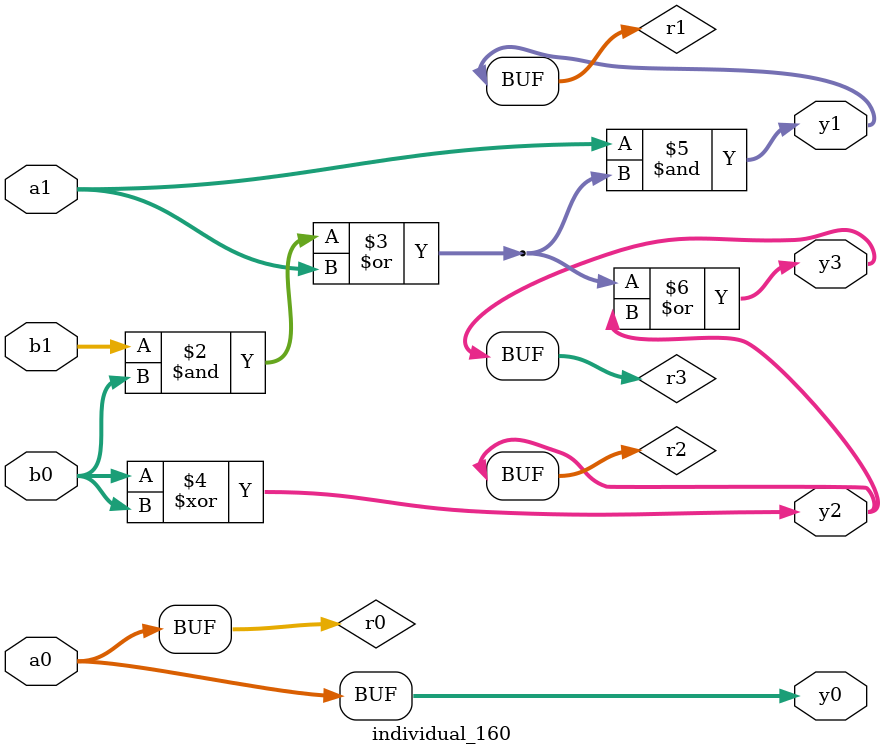
<source format=sv>
module individual_160(input logic [15:0] a1, input logic [15:0] a0, input logic [15:0] b1, input logic [15:0] b0, output logic [15:0] y3, output logic [15:0] y2, output logic [15:0] y1, output logic [15:0] y0);
logic [15:0] r0, r1, r2, r3; 
 always@(*) begin 
	 r0 = a0; r1 = a1; r2 = b0; r3 = b1; 
 	 r3  &=  r2 ;
 	 r3  |=  a1 ;
 	 r2  ^=  b0 ;
 	 r1  &=  r3 ;
 	 r3  |=  r2 ;
 	 y3 = r3; y2 = r2; y1 = r1; y0 = r0; 
end
endmodule
</source>
